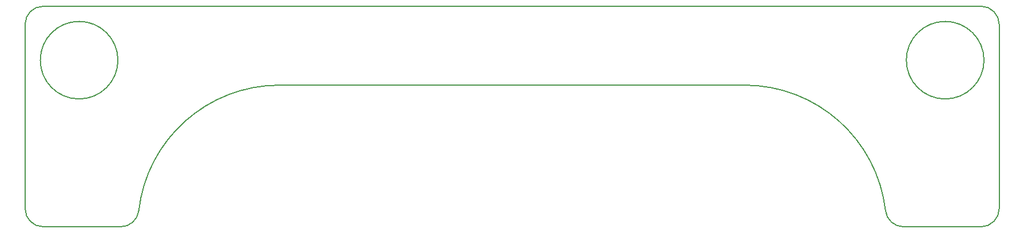
<source format=gbr>
%TF.GenerationSoftware,KiCad,Pcbnew,(5.99.0-3380-g2b43ffd12d)*%
%TF.CreationDate,2020-09-17T05:08:34-04:00*%
%TF.ProjectId,bumpon-holders,62756d70-6f6e-42d6-986f-6c646572732e,rev?*%
%TF.SameCoordinates,Original*%
%TF.FileFunction,Profile,NP*%
%FSLAX46Y46*%
G04 Gerber Fmt 4.6, Leading zero omitted, Abs format (unit mm)*
G04 Created by KiCad (PCBNEW (5.99.0-3380-g2b43ffd12d)) date 2020-09-17 05:08:34*
%MOMM*%
%LPD*%
G01*
G04 APERTURE LIST*
%TA.AperFunction,Profile*%
%ADD10C,0.200000*%
%TD*%
G04 APERTURE END LIST*
D10*
X182138904Y155002792D02*
X113286458Y155002792D01*
X217138904Y166702792D02*
G75*
G02*
X219838904Y164002792I0J-2700000D01*
G01*
X182138904Y155002792D02*
G75*
G02*
X203002183Y136395197I0J-21000000D01*
G01*
X75586458Y164002792D02*
G75*
G02*
X78286458Y166702792I2700000J0D01*
G01*
X78286458Y134002792D02*
G75*
G02*
X75586458Y136702792I0J2700000D01*
G01*
X92423179Y136395197D02*
G75*
G02*
X113286458Y155002792I20863279J-2392405D01*
G01*
X219838904Y136702792D02*
G75*
G02*
X217138904Y134002792I-2700000J0D01*
G01*
X217588904Y158702792D02*
G75*
G03*
X217588904Y158702792I-5750000J0D01*
G01*
X205684605Y134002792D02*
G75*
G02*
X203002183Y136395197I0J2700000D01*
G01*
X92423180Y136395197D02*
G75*
G02*
X89740758Y134002792I-2682422J307595D01*
G01*
X219838904Y164002792D02*
X219838904Y136702792D01*
X75586458Y136702792D02*
X75586458Y164002792D01*
X217138904Y134002792D02*
X205684605Y134002792D01*
X89740758Y134002792D02*
X78286458Y134002792D01*
X89336458Y158702792D02*
G75*
G03*
X89336458Y158702792I-5750000J0D01*
G01*
X78286458Y166702792D02*
X217138904Y166702792D01*
M02*

</source>
